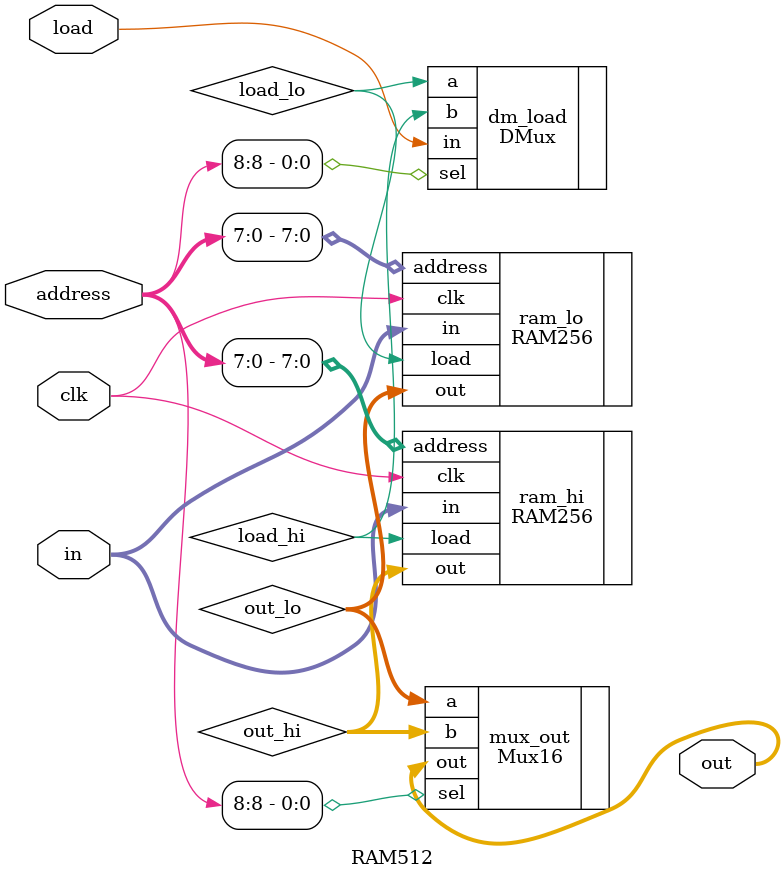
<source format=v>
/**
* RAM512 implements 512 Bytes of RAM addressed from 0 - 511
* out = M[address]
* if (load =i= 1) M[address][t+1] = in[t]
*/

`default_nettype none
module RAM512(
	input clk,
	input [8:0] address,
	input [15:0] in,
	input load,
	output [15:0] out
);
    
    wire load_hi, load_lo;

    wire [15:0] out_hi, out_lo;

    // if load: if address[8] load_hi else load_lo
    DMux dm_load (.in(load),.sel(address[8]),.a(load_lo),.b(load_hi));

    RAM256 ram_lo (.clk(clk),.address(address[7:0]),.in(in),.load(load_lo),.out(out_lo));
    RAM256 ram_hi (.clk(clk),.address(address[7:0]),.in(in),.load(load_hi),.out(out_hi));

    Mux16 mux_out (.a(out_lo),.b(out_hi),.sel(address[8]),.out(out));

endmodule


</source>
